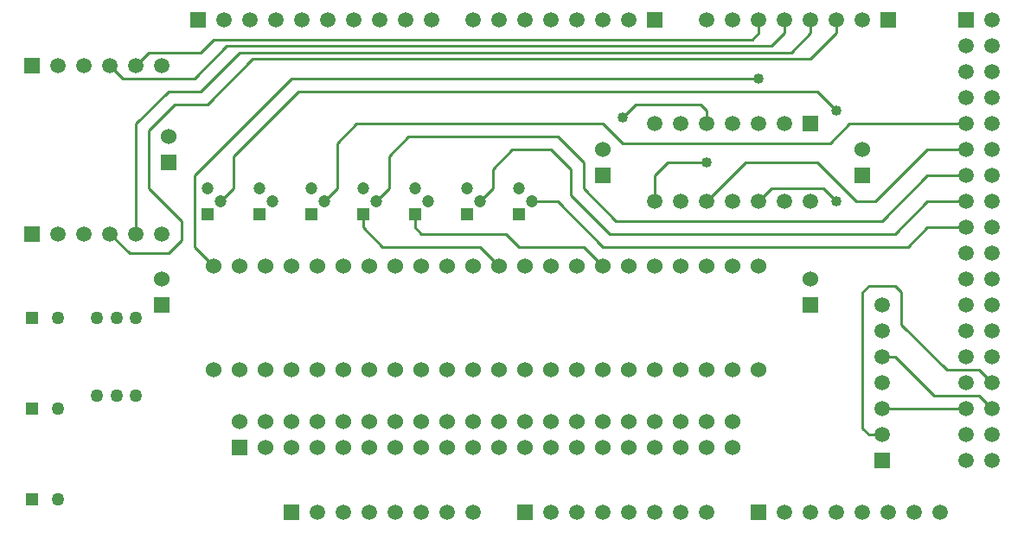
<source format=gbl>
G04 DipTrace 2.4.0.2*
%INBottom.gbr*%
%MOIN*%
%ADD10C,0.01*%
%ADD16C,0.06*%
%ADD17R,0.06X0.06*%
%ADD18C,0.05*%
%ADD19R,0.05X0.05*%
%ADD20R,0.0591X0.0591*%
%ADD22C,0.0591*%
%ADD23R,0.0472X0.0472*%
%ADD25C,0.0472*%
%ADD26C,0.06*%
%ADD27C,0.05*%
%ADD28C,0.01*%
%ADD29C,0.04*%
%FSLAX44Y44*%
G04*
G70*
G90*
G75*
G01*
%LNBottom*%
%LPD*%
X39687Y18937D2*
D10*
X39437D1*
X37437Y16937D1*
X36687D1*
X35187Y18437D1*
X32437D1*
X30937Y16937D1*
X39687Y15937D2*
X39437D1*
X38687Y15187D1*
X26937D1*
X25187Y16937D1*
X24187D1*
X30937Y18437D2*
X29437D1*
X28937Y17937D1*
Y16937D1*
X39687Y17937D2*
X39437D1*
X37687Y16187D1*
X27437D1*
X26187Y17437D1*
Y18437D1*
X25187Y19437D1*
X19437D1*
X18687Y18687D1*
Y17437D1*
X18187Y16937D1*
X35937D2*
X35437Y17437D1*
X33437D1*
X32937Y16937D1*
X16187D2*
X16687Y17437D1*
Y19187D1*
X17437Y19937D1*
X26937D1*
X27687Y19187D1*
X35687D1*
X36437Y19937D1*
X39687D1*
X12187Y16937D2*
X12687Y17437D1*
Y18687D1*
X15187Y21187D1*
X35187D1*
X35937Y20437D1*
X39687Y16937D2*
X39437D1*
X38187Y15687D1*
X27187D1*
X25687Y17187D1*
Y18187D1*
X24937Y18937D1*
X23437D1*
X22687Y18187D1*
Y17437D1*
X22187Y16937D1*
X40187Y19937D2*
X40937D1*
X40187Y18937D2*
X40937D1*
X40187Y17937D2*
X40937D1*
X40187Y16937D2*
X40937D1*
X40187Y15937D2*
X40937D1*
X37687Y7937D2*
X37187D1*
X36937Y8187D1*
Y13437D1*
X37187Y13687D1*
X38187D1*
X38437Y13437D1*
Y12187D1*
X40187Y10437D1*
X41437D1*
X41937Y9937D1*
X37687Y8937D2*
X40937D1*
X37687Y10937D2*
X38187D1*
X39687Y9437D1*
X41437D1*
X41937Y8937D1*
X7937Y15687D2*
X8687Y14937D1*
X10187D1*
X10687Y15437D1*
Y16187D1*
X9437Y17437D1*
Y19687D1*
X10437Y20687D1*
X11687D1*
X13437Y22437D1*
X34937D1*
X35937Y23437D1*
Y23937D1*
X7937Y22187D2*
X8437Y21687D1*
X11187D1*
X12437Y22937D1*
X33437D1*
X33937Y23437D1*
Y23937D1*
X22937Y14437D2*
X22187Y15187D1*
X18437D1*
X17687Y15937D1*
Y16437D1*
X27687Y20187D2*
X28187Y20687D1*
X30687D1*
X30937Y20437D1*
Y19937D1*
X11937Y14437D2*
X11187Y15187D1*
Y17937D1*
X14937Y21687D1*
X32937D1*
X19687Y16437D2*
Y15937D1*
X19937Y15687D1*
X23187D1*
X23687Y15187D1*
X26187D1*
X26937Y14437D1*
X8937Y15687D2*
Y19937D1*
X10187Y21187D1*
X11437D1*
X12937Y22687D1*
X34187D1*
X34937Y23437D1*
Y23937D1*
X8937Y22187D2*
X9437Y22687D1*
X11437D1*
X11937Y23187D1*
X32687D1*
X32937Y23437D1*
Y23937D1*
D29*
X30937Y18437D3*
X35937Y16937D3*
Y20437D3*
X27687Y20187D3*
X32937Y21687D3*
D16*
X36937Y18937D3*
D17*
Y17937D3*
D16*
X26937Y18937D3*
D17*
Y17937D3*
D16*
X10187Y19437D3*
D17*
Y18437D3*
X9937Y12937D3*
D16*
Y13937D3*
D17*
X34937Y12937D3*
D16*
Y13937D3*
D18*
X5937Y5437D3*
D19*
X4937D3*
D18*
X5937Y8937D3*
D19*
X4937D3*
D18*
X5937Y12437D3*
D19*
X4937D3*
D16*
X31937Y7437D3*
X30937D3*
X29937D3*
X28937D3*
X27937D3*
X26937D3*
X25937D3*
X24937D3*
X23937D3*
X22937D3*
X21937D3*
X20937D3*
X19937D3*
X18937D3*
X17937D3*
X16937D3*
X15937D3*
X14937D3*
X13937D3*
D17*
X12937D3*
D16*
Y8437D3*
X13937D3*
X14937D3*
X15937D3*
X16937D3*
X17937D3*
X18937D3*
X19937D3*
X20937D3*
X21937D3*
X22937D3*
X23937D3*
X24937D3*
X25937D3*
X26937D3*
X27937D3*
X28937D3*
X29937D3*
X30937D3*
X31937D3*
D20*
X23937Y4937D3*
D22*
X24937D3*
X25937D3*
X26937D3*
X27937D3*
X28937D3*
X29937D3*
X30937D3*
D20*
X14937D3*
D22*
X15937D3*
X16937D3*
X17937D3*
X18937D3*
X19937D3*
X20937D3*
X21937D3*
D20*
X28937Y23937D3*
D22*
X27937D3*
X26937D3*
X25937D3*
X24937D3*
X23937D3*
X22937D3*
X21937D3*
D20*
X11337D3*
D22*
X12337D3*
X13337D3*
X14337D3*
X15337D3*
X16337D3*
X17337D3*
X18337D3*
X19337D3*
X20337D3*
D20*
X32937Y4937D3*
D22*
X33937D3*
X34937D3*
X35937D3*
X36937D3*
X37937D3*
X38937D3*
X39937D3*
D20*
X37937Y23937D3*
D22*
X36937D3*
X35937D3*
X34937D3*
X33937D3*
X32937D3*
X31937D3*
X30937D3*
D20*
X40937D3*
D22*
X41937D3*
X40937Y22937D3*
X41937D3*
X40937Y21937D3*
X41937D3*
X40937Y20937D3*
X41937D3*
X40937Y19937D3*
X41937D3*
X40937Y18937D3*
X41937D3*
X40937Y17937D3*
X41937D3*
X40937Y16937D3*
X41937D3*
X40937Y15937D3*
X41937D3*
X40937Y14937D3*
X41937D3*
X40937Y13937D3*
X41937D3*
X40937Y12937D3*
X41937D3*
X40937Y11937D3*
X41937D3*
X40937Y10937D3*
X41937D3*
X40937Y9937D3*
X41937D3*
X40937Y8937D3*
X41937D3*
X40937Y7937D3*
X41937D3*
X40937Y6937D3*
X41937D3*
D20*
X4937Y15687D3*
D22*
X5937D3*
X6937D3*
X7937D3*
X8937D3*
X9937D3*
D20*
X4937Y22187D3*
D22*
X5937D3*
X6937D3*
X7937D3*
X8937D3*
X9937D3*
D20*
X37687Y6937D3*
D22*
Y7937D3*
Y8937D3*
Y9937D3*
Y10937D3*
Y11937D3*
Y12937D3*
D23*
X21687Y16437D3*
D25*
X22187Y16937D3*
X21687Y17437D3*
D23*
X23687Y16437D3*
D25*
X24187Y16937D3*
X23687Y17437D3*
D23*
X19687Y16437D3*
D25*
X20187Y16937D3*
X19687Y17437D3*
D23*
X15687Y16437D3*
D25*
X16187Y16937D3*
X15687Y17437D3*
D23*
X17687Y16437D3*
D25*
X18187Y16937D3*
X17687Y17437D3*
D23*
X13687Y16437D3*
D25*
X14187Y16937D3*
X13687Y17437D3*
D23*
X11687Y16437D3*
D25*
X12187Y16937D3*
X11687Y17437D3*
D16*
X32937Y14437D3*
D26*
Y10437D3*
D16*
X31937Y14437D3*
D26*
Y10437D3*
D16*
X29937Y14437D3*
D26*
Y10437D3*
D16*
X30937Y14437D3*
D26*
Y10437D3*
D16*
X28937Y14437D3*
D26*
Y10437D3*
D16*
X27937Y14437D3*
D26*
Y10437D3*
D16*
X25937Y14437D3*
D26*
Y10437D3*
D16*
X26937Y14437D3*
D26*
Y10437D3*
D16*
X24937Y14437D3*
D26*
Y10437D3*
D16*
X21937Y14437D3*
D26*
Y10437D3*
D16*
X22937Y14437D3*
D26*
Y10437D3*
D16*
X20937Y14437D3*
D26*
Y10437D3*
D16*
X19937Y14437D3*
D26*
Y10437D3*
D16*
X17937Y14437D3*
D26*
Y10437D3*
D16*
X18937Y14437D3*
D26*
Y10437D3*
D16*
X16937Y14437D3*
D26*
Y10437D3*
D16*
X15937Y14437D3*
D26*
Y10437D3*
D16*
X13937Y14437D3*
D26*
Y10437D3*
D16*
X14937Y14437D3*
D26*
Y10437D3*
D16*
X12937Y14437D3*
D26*
Y10437D3*
D16*
X11937Y14437D3*
D26*
Y10437D3*
D16*
X23937Y14437D3*
D26*
Y10437D3*
D18*
X8937Y12437D3*
D27*
Y9437D3*
D18*
X8187Y12437D3*
D27*
Y9437D3*
D18*
X7437Y12437D3*
D27*
Y9437D3*
D20*
X34937Y19937D3*
D22*
X33937D3*
X32937D3*
X31937D3*
X30937D3*
X29937D3*
X28937D3*
Y16937D3*
X29937D3*
X30937D3*
X31937D3*
X32937D3*
X33937D3*
X34937D3*
D28*
X40187D3*
X39687D3*
Y18937D3*
X40187D3*
Y15937D3*
X39687D3*
X40187Y19937D3*
X39687D3*
X40187Y17937D3*
X39687D3*
X40187Y16937D2*
D10*
X39687D1*
Y18937D2*
X40187D1*
Y15937D2*
X39687D1*
X40187Y19937D2*
X39687D1*
X40187Y17937D2*
X39687D1*
M02*

</source>
